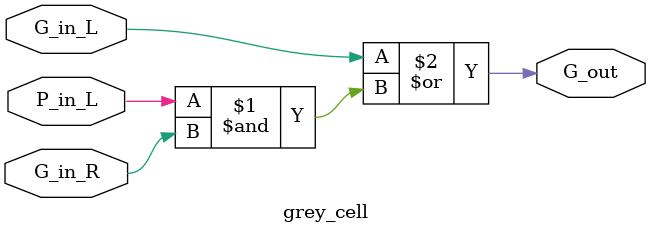
<source format=v>
module grey_cell(
    // Inputs from the 'left' (more significant) group
    input P_in_L, G_in_L,

    // Input from the 'right' (less significant) group
    input G_in_R,

    // Output
    output G_out
);
    assign G_out = G_in_L | (P_in_L & G_in_R);

endmodule
</source>
